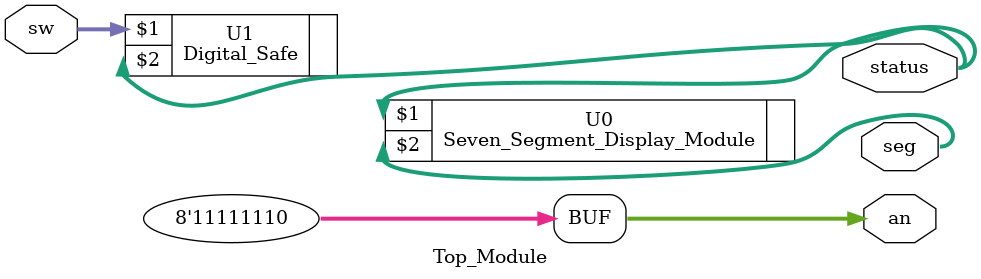
<source format=v>
`timescale 1ns / 1ps

module Top_Module(
input [4:0] sw,
output [1:0] status,
output [6:0] seg,
output [7:0] an
    );
    assign an = 8'b11111110;
    Seven_Segment_Display_Module U0(status,seg);
    Digital_Safe U1(sw,status);
endmodule

</source>
